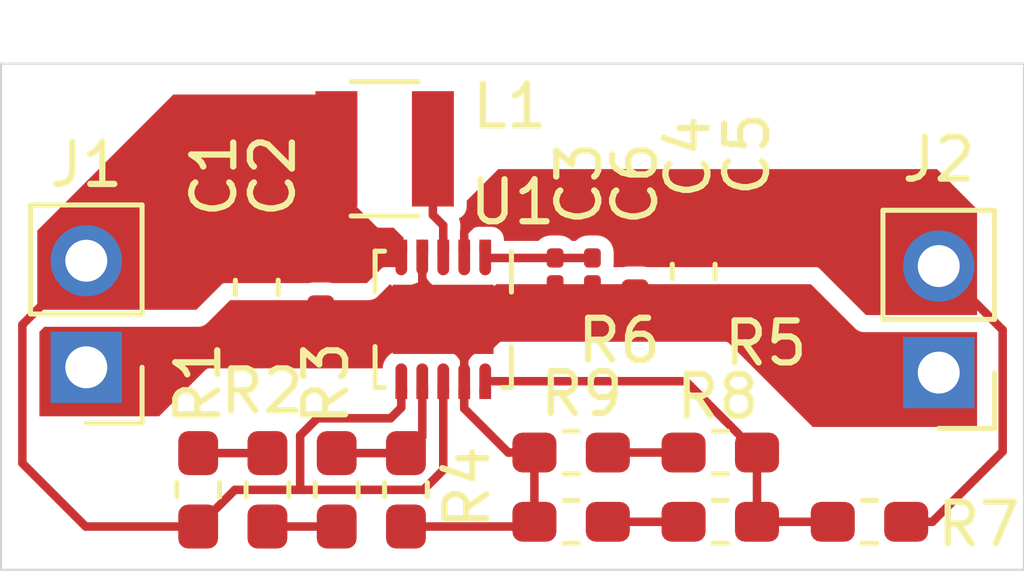
<source format=kicad_pcb>
(kicad_pcb (version 20240108) (generator "pcbnew") (generator_version "8.0")
  (layers (0 "F.Cu" signal) (31 "B.Cu" signal) (34 "B.Paste" user) (35 "F.Paste" user) (36 "B.SilkS" user "B.Silkscreen") (37 "F.SilkS" user "F.Silkscreen") (38 "B.Mask" user) (39 "F.Mask" user) (44 "Edge.Cuts" user))
  (net 0 "")
  (net 1 "GND")
  (net 2 "+1V5")
  (net 3 "Net-(C3-Pad1)")
  (net 4 "+3V3")
  (net 5 "Net-(L1-Pad2)")
  (net 6 "Net-(R1-Pad2)")
  (net 7 "Net-(R2-Pad2)")
  (net 8 "Net-(R3-Pad2)")
  (net 9 "Net-(R5-Pad2)")
  (net 10 "Net-(R5-Pad1)")
  (net 11 "Net-(R8-Pad2)")
  (footprint "Capacitor_SMD:C_0603_1608Metric_Pad1.05x0.95mm_HandSolder" (layer "F.Cu") (at 141.986 86.614 -90)
    (property "Reference" "C1" (at -2.667 1.016 90) (layer "F.SilkS"))
    (property "Value" "20u")
    (fp_line (start -0.171267 0.51) (end 0.171267 0.51) (stroke (width 0.12)) (layer "F.SilkS"))
    (fp_line (start -0.171267 -0.51) (end 0.171267 -0.51) (stroke (width 0.12)) (layer "F.SilkS"))
    (pad "1" smd roundrect (at -0.875 0 270) (size 1.05 0.95) (layers "F.Cu" "F.Paste" "F.Mask") (net 2 "+1V5"))
    (pad "2" smd roundrect (at 0.875 0 270) (size 1.05 0.95) (layers "F.Cu" "F.Paste" "F.Mask") (net 1 "GND"))
  )
  (footprint "Capacitor_SMD:C_0201_0603Metric" (layer "F.Cu") (at 149.987 86.233 -90)
    (property "Reference" "C6" (at -2.0955 -1.016 90) (layer "F.SilkS"))
    (property "Value" "1u")
    (pad "1" smd roundrect (at -0.32 0 270) (size 0.46 0.4) (layers "F.Cu" "F.Mask") (net 3 "Net-(C3-Pad1)"))
    (pad "2" smd roundrect (at 0.32 0 270) (size 0.46 0.4) (layers "F.Cu" "F.Mask") (net 1 "GND"))
  )
  (footprint "Connector_PinHeader_2.54mm:PinHeader_1x02_P2.54mm_Vertical" (layer "F.Cu") (at 158.242 88.646 180)
    (property "Reference" "J2" (at 0 5.08 0) (layer "F.SilkS"))
    (property "Value" "3v3")
    (fp_line (start 1.33 1.27) (end 1.33 3.87) (stroke (width 0.12)) (layer "F.SilkS"))
    (fp_line (start -1.33 3.87) (end 1.33 3.87) (stroke (width 0.12)) (layer "F.SilkS"))
    (fp_line (start -1.33 1.27) (end 1.33 1.27) (stroke (width 0.12)) (layer "F.SilkS"))
    (fp_line (start -1.33 1.27) (end -1.33 3.87) (stroke (width 0.12)) (layer "F.SilkS"))
    (fp_line (start -1.33 0) (end -1.33 -1.33) (stroke (width 0.12)) (layer "F.SilkS"))
    (fp_line (start -1.33 -1.33) (end 0 -1.33) (stroke (width 0.12)) (layer "F.SilkS"))
    (pad "1" thru_hole rect (at 0 0 180) (size 1.7 1.7) (drill 1) (layers "*.Cu" "*.Mask") (net 1 "GND"))
    (pad "2" thru_hole oval (at 0 2.54 180) (size 1.7 1.7) (drill 1) (layers "*.Cu" "*.Mask") (net 4 "+3V3"))
  )
  (footprint "Inductor_SMD:L_Abracon_ASPI-3012S" (layer "F.Cu") (at 145.034 83.312)
    (property "Reference" "L1" (at 2.9845 -1.016 0) (layer "F.SilkS"))
    (property "Value" "2.2uH")
    (fp_line (start -0.8 -1.6) (end 0.8 -1.6) (stroke (width 0.12)) (layer "F.SilkS"))
    (fp_line (start -0.8 1.6) (end 0.8 1.6) (stroke (width 0.12)) (layer "F.SilkS"))
    (pad "1" smd rect (at -1.15 0) (size 1 2.75) (layers "F.Cu" "F.Paste" "F.Mask") (net 2 "+1V5"))
    (pad "2" smd rect (at 1.15 0) (size 1 2.75) (layers "F.Cu" "F.Paste" "F.Mask") (net 5 "Net-(L1-Pad2)"))
  )
  (footprint "Resistor_SMD:R_0603_1608Metric_Pad1.05x0.95mm_HandSolder" (layer "F.Cu") (at 140.589 91.44 90)
    (property "Reference" "R1" (at 2.54 0 90) (layer "F.SilkS"))
    (property "Value" "100k")
    (fp_line (start -0.171267 -0.51) (end 0.171267 -0.51) (stroke (width 0.12)) (layer "F.SilkS"))
    (fp_line (start -0.171267 0.51) (end 0.171267 0.51) (stroke (width 0.12)) (layer "F.SilkS"))
    (pad "1" smd roundrect (at -0.875 0 90) (size 1.05 0.95) (layers "F.Cu" "F.Paste" "F.Mask") (net 2 "+1V5"))
    (pad "2" smd roundrect (at 0.875 0 90) (size 1.05 0.95) (layers "F.Cu" "F.Paste" "F.Mask") (net 6 "Net-(R1-Pad2)"))
  )
  (footprint "Resistor_SMD:R_0603_1608Metric_Pad1.05x0.95mm_HandSolder" (layer "F.Cu") (at 142.24 91.44 -90)
    (property "Reference" "R2" (at -2.3495 0.127 0) (layer "F.SilkS"))
    (property "Value" "10k")
    (fp_line (start -0.171267 0.51) (end 0.171267 0.51) (stroke (width 0.12)) (layer "F.SilkS"))
    (fp_line (start -0.171267 -0.51) (end 0.171267 -0.51) (stroke (width 0.12)) (layer "F.SilkS"))
    (pad "1" smd roundrect (at -0.875 0 270) (size 1.05 0.95) (layers "F.Cu" "F.Paste" "F.Mask") (net 6 "Net-(R1-Pad2)"))
    (pad "2" smd roundrect (at 0.875 0 270) (size 1.05 0.95) (layers "F.Cu" "F.Paste" "F.Mask") (net 7 "Net-(R2-Pad2)"))
  )
  (footprint "Resistor_SMD:R_0603_1608Metric_Pad1.05x0.95mm_HandSolder" (layer "F.Cu") (at 145.542 91.44 -90)
    (property "Reference" "R4" (at -0.0635 -1.4605 90) (layer "F.SilkS"))
    (property "Value" "100k")
    (fp_line (start -0.171267 0.51) (end 0.171267 0.51) (stroke (width 0.12)) (layer "F.SilkS"))
    (fp_line (start -0.171267 -0.51) (end 0.171267 -0.51) (stroke (width 0.12)) (layer "F.SilkS"))
    (pad "1" smd roundrect (at -0.875 0 270) (size 1.05 0.95) (layers "F.Cu" "F.Paste" "F.Mask") (net 8 "Net-(R3-Pad2)"))
    (pad "2" smd roundrect (at 0.875 0 270) (size 1.05 0.95) (layers "F.Cu" "F.Paste" "F.Mask") (net 1 "GND"))
  )
  (footprint "Resistor_SMD:R_0603_1608Metric_Pad1.05x0.95mm_HandSolder" (layer "F.Cu") (at 153.035 90.551 180)
    (property "Reference" "R5" (at -1.0795 2.6035 0) (layer "F.SilkS"))
    (property "Value" "1M")
    (fp_line (start -0.171267 0.51) (end 0.171267 0.51) (stroke (width 0.12)) (layer "F.SilkS"))
    (fp_line (start -0.171267 -0.51) (end 0.171267 -0.51) (stroke (width 0.12)) (layer "F.SilkS"))
    (pad "1" smd roundrect (at -0.875 0 180) (size 1.05 0.95) (layers "F.Cu" "F.Paste" "F.Mask") (net 10 "Net-(R5-Pad1)"))
    (pad "2" smd roundrect (at 0.875 0 180) (size 1.05 0.95) (layers "F.Cu" "F.Paste" "F.Mask") (net 9 "Net-(R5-Pad2)"))
  )
  (footprint "Resistor_SMD:R_0603_1608Metric_Pad1.05x0.95mm_HandSolder" (layer "F.Cu") (at 149.479 90.551 180)
    (property "Reference" "R6" (at -1.143 2.667 0) (layer "F.SilkS"))
    (property "Value" "1M")
    (fp_line (start -0.171267 0.51) (end 0.171267 0.51) (stroke (width 0.12)) (layer "F.SilkS"))
    (fp_line (start -0.171267 -0.51) (end 0.171267 -0.51) (stroke (width 0.12)) (layer "F.SilkS"))
    (pad "1" smd roundrect (at -0.875 0 180) (size 1.05 0.95) (layers "F.Cu" "F.Paste" "F.Mask") (net 9 "Net-(R5-Pad2)"))
    (pad "2" smd roundrect (at 0.875 0 180) (size 1.05 0.95) (layers "F.Cu" "F.Paste" "F.Mask") (net 1 "GND"))
  )
  (footprint "Resistor_SMD:R_0603_1608Metric_Pad1.05x0.95mm_HandSolder" (layer "F.Cu") (at 156.591 92.202 180)
    (property "Reference" "R7" (at -2.6035 -0.0635 0) (layer "F.SilkS"))
    (property "Value" "1M")
    (fp_line (start -0.171267 0.51) (end 0.171267 0.51) (stroke (width 0.12)) (layer "F.SilkS"))
    (fp_line (start -0.171267 -0.51) (end 0.171267 -0.51) (stroke (width 0.12)) (layer "F.SilkS"))
    (pad "1" smd roundrect (at -0.875 0 180) (size 1.05 0.95) (layers "F.Cu" "F.Paste" "F.Mask") (net 4 "+3V3"))
    (pad "2" smd roundrect (at 0.875 0 180) (size 1.05 0.95) (layers "F.Cu" "F.Paste" "F.Mask") (net 10 "Net-(R5-Pad1)"))
  )
  (footprint "Resistor_SMD:R_0603_1608Metric_Pad1.05x0.95mm_HandSolder" (layer "F.Cu") (at 149.479 92.202 180)
    (property "Reference" "R9" (at -0.254 3.048 0) (layer "F.SilkS"))
    (property "Value" "100k")
    (fp_line (start -0.171267 0.51) (end 0.171267 0.51) (stroke (width 0.12)) (layer "F.SilkS"))
    (fp_line (start -0.171267 -0.51) (end 0.171267 -0.51) (stroke (width 0.12)) (layer "F.SilkS"))
    (pad "1" smd roundrect (at -0.875 0 180) (size 1.05 0.95) (layers "F.Cu" "F.Paste" "F.Mask") (net 11 "Net-(R8-Pad2)"))
    (pad "2" smd roundrect (at 0.875 0 180) (size 1.05 0.95) (layers "F.Cu" "F.Paste" "F.Mask") (net 1 "GND"))
  )
  (footprint "Package_SON:Texas_S-PVSON-N10_ThermalVias" (layer "F.Cu") (at 146.431 87.376 -90)
    (property "Reference" "U1" (at -2.794 -1.651 0) (layer "F.SilkS"))
    (property "Value" "TPS61201DRC")
    (fp_line (start -1.625 1.625) (end -0.65 1.625) (stroke (width 0.12)) (layer "F.SilkS"))
    (fp_line (start -1.625 1.625) (end -1.625 1.4) (stroke (width 0.12)) (layer "F.SilkS"))
    (fp_line (start 0.65 1.625) (end 1.625 1.625) (stroke (width 0.12)) (layer "F.SilkS"))
    (fp_line (start 1.625 1.4) (end 1.625 1.625) (stroke (width 0.12)) (layer "F.SilkS"))
    (fp_line (start 1.625 -1.4) (end 1.625 -1.625) (stroke (width 0.12)) (layer "F.SilkS"))
    (fp_line (start -1.625 -1.625) (end -0.65 -1.625) (stroke (width 0.12)) (layer "F.SilkS"))
    (fp_line (start 0.65 -1.625) (end 1.625 -1.625) (stroke (width 0.12)) (layer "F.SilkS"))
    (pad "1" smd rect (at -1.76 -1 270) (size 0.28 0.28) (layers "F.Cu" "F.Paste" "F.Mask") (net 3 "Net-(C3-Pad1)"))
    (pad "1" smd oval (at -1.475 -1 270) (size 0.85 0.28) (layers "F.Cu" "F.Paste" "F.Mask") (net 3 "Net-(C3-Pad1)"))
    (pad "2" smd rect (at -1.76 -0.5 270) (size 0.28 0.28) (layers "F.Cu" "F.Paste" "F.Mask") (net 4 "+3V3"))
    (pad "2" smd oval (at -1.475 -0.5 270) (size 0.85 0.28) (layers "F.Cu" "F.Paste" "F.Mask") (net 4 "+3V3"))
    (pad "3" smd rect (at -1.76 0 270) (size 0.28 0.28) (layers "F.Cu" "F.Paste" "F.Mask") (net 5 "Net-(L1-Pad2)"))
    (pad "3" smd oval (at -1.475 0 270) (size 0.85 0.28) (layers "F.Cu" "F.Paste" "F.Mask") (net 5 "Net-(L1-Pad2)"))
    (pad "4" smd rect (at -1.76 0.5 270) (size 0.28 0.28) (layers "F.Cu" "F.Paste" "F.Mask") (net 1 "GND"))
    (pad "4" smd oval (at -1.475 0.5 270) (size 0.85 0.28) (layers "F.Cu" "F.Paste" "F.Mask") (net 1 "GND"))
    (pad "5" smd rect (at -1.76 1 270) (size 0.28 0.28) (layers "F.Cu" "F.Paste" "F.Mask") (net 2 "+1V5"))
    (pad "5" smd oval (at -1.475 1 270) (size 0.85 0.28) (layers "F.Cu" "F.Paste" "F.Mask") (net 2 "+1V5"))
    (pad "6" smd oval (at 1.475 1 270) (size 0.85 0.28) (layers "F.Cu" "F.Paste" "F.Mask") (net 2 "+1V5"))
    (pad "6" smd rect (at 1.76 1 270) (size 0.28 0.28) (layers "F.Cu" "F.Paste" "F.Mask") (net 2 "+1V5"))
    (pad "7" smd oval (at 1.475 0.5 270) (size 0.85 0.28) (layers "F.Cu" "F.Paste" "F.Mask") (net 8 "Net-(R3-Pad2)"))
    (pad "7" smd rect (at 1.76 0.5 270) (size 0.28 0.28) (layers "F.Cu" "F.Paste" "F.Mask") (net 8 "Net-(R3-Pad2)"))
    (pad "8" smd oval (at 1.475 0 270) (size 0.85 0.28) (layers "F.Cu" "F.Paste" "F.Mask") (net 2 "+1V5"))
    (pad "8" smd rect (at 1.76 0 270) (size 0.28 0.28) (layers "F.Cu" "F.Paste" "F.Mask") (net 2 "+1V5"))
    (pad "9" smd oval (at 1.475 -0.5 270) (size 0.85 0.28) (layers "F.Cu" "F.Paste" "F.Mask") (net 1 "GND"))
    (pad "9" smd rect (at 1.76 -0.5 270) (size 0.28 0.28) (layers "F.Cu" "F.Paste" "F.Mask") (net 1 "GND"))
    (pad "10" smd oval (at 1.475 -1 270) (size 0.85 0.28) (layers "F.Cu" "F.Paste" "F.Mask") (net 10 "Net-(R5-Pad1)"))
    (pad "10" smd rect (at 1.76 -1 270) (size 0.28 0.28) (layers "F.Cu" "F.Paste" "F.Mask") (net 10 "Net-(R5-Pad1)"))
    (pad "11" smd rect (at -0.25 -1.55 270) (size 0.28 0.7) (layers "F.Cu" "F.Mask") (net 1 "GND"))
    (pad "11" smd rect (at -0.25 1.55 270) (size 0.28 0.7) (layers "F.Cu" "F.Mask") (net 1 "GND"))
    (pad "11" smd rect (at 0 0 270) (size 1.65 2.4) (layers "F.Cu" "F.Mask") (net 1 "GND"))
    (pad "11" smd rect (at 0.25 -1.55 270) (size 0.28 0.7) (layers "F.Cu" "F.Mask") (net 1 "GND"))
    (pad "11" smd rect (at 0.25 1.55 270) (size 0.28 0.7) (layers "F.Cu" "F.Mask") (net 1 "GND"))
  )
  (footprint "Capacitor_SMD:C_0402_1005Metric" (layer "F.Cu") (at 143.51 86.614 -90)
    (property "Reference" "C2" (at -2.667 1.143 90) (layer "F.SilkS"))
    (property "Value" "10u")
    (pad "1" smd roundrect (at -0.485 0 270) (size 0.59 0.64) (layers "F.Cu" "F.Paste" "F.Mask") (net 2 "+1V5"))
    (pad "2" smd roundrect (at 0.485 0 270) (size 0.59 0.64) (layers "F.Cu" "F.Paste" "F.Mask") (net 1 "GND"))
  )
  (footprint "Capacitor_SMD:C_0402_1005Metric" (layer "F.Cu") (at 151.003 86.233 -90)
    (property "Reference" "C4" (at -2.7305 -1.27 90) (layer "F.SilkS"))
    (property "Value" "10u")
    (pad "1" smd roundrect (at -0.485 0 270) (size 0.59 0.64) (layers "F.Cu" "F.Paste" "F.Mask") (net 4 "+3V3"))
    (pad "2" smd roundrect (at 0.485 0 270) (size 0.59 0.64) (layers "F.Cu" "F.Paste" "F.Mask") (net 1 "GND"))
  )
  (footprint "Capacitor_SMD:C_0603_1608Metric_Pad1.05x0.95mm_HandSolder" (layer "F.Cu") (at 152.4 86.233 -90)
    (property "Reference" "C5" (at -2.794 -1.27 90) (layer "F.SilkS"))
    (property "Value" "20u")
    (fp_line (start -0.171267 0.51) (end 0.171267 0.51) (stroke (width 0.12)) (layer "F.SilkS"))
    (fp_line (start -0.171267 -0.51) (end 0.171267 -0.51) (stroke (width 0.12)) (layer "F.SilkS"))
    (pad "1" smd roundrect (at -0.875 0 270) (size 1.05 0.95) (layers "F.Cu" "F.Paste" "F.Mask") (net 4 "+3V3"))
    (pad "2" smd roundrect (at 0.875 0 270) (size 1.05 0.95) (layers "F.Cu" "F.Paste" "F.Mask") (net 1 "GND"))
  )
  (footprint "Capacitor_SMD:C_0201_0603Metric" (layer "F.Cu") (at 149.098 86.233 -90)
    (property "Reference" "C3" (at -2.0955 -0.5715 90) (layer "F.SilkS"))
    (property "Value" "1u")
    (pad "1" smd roundrect (at -0.32 0 270) (size 0.46 0.4) (layers "F.Cu" "F.Mask") (net 3 "Net-(C3-Pad1)"))
    (pad "2" smd roundrect (at 0.32 0 270) (size 0.46 0.4) (layers "F.Cu" "F.Mask") (net 1 "GND"))
  )
  (footprint "Resistor_SMD:R_0603_1608Metric_Pad1.05x0.95mm_HandSolder" (layer "F.Cu") (at 143.891 91.44 90)
    (property "Reference" "R3" (at 2.54 -0.254 -90) (layer "F.SilkS"))
    (property "Value" "10k")
    (fp_line (start -0.171267 -0.51) (end 0.171267 -0.51) (stroke (width 0.12)) (layer "F.SilkS"))
    (fp_line (start -0.171267 0.51) (end 0.171267 0.51) (stroke (width 0.12)) (layer "F.SilkS"))
    (pad "1" smd roundrect (at -0.875 0 90) (size 1.05 0.95) (layers "F.Cu" "F.Paste" "F.Mask") (net 7 "Net-(R2-Pad2)"))
    (pad "2" smd roundrect (at 0.875 0 90) (size 1.05 0.95) (layers "F.Cu" "F.Paste" "F.Mask") (net 8 "Net-(R3-Pad2)"))
  )
  (footprint "Connector_PinHeader_2.54mm:PinHeader_1x02_P2.54mm_Vertical" (layer "F.Cu") (at 137.922 88.519 180)
    (property "Reference" "J1" (at 0 4.826 0) (layer "F.SilkS"))
    (property "Value" "Batt")
    (fp_line (start 1.33 1.27) (end 1.33 3.87) (stroke (width 0.12)) (layer "F.SilkS"))
    (fp_line (start -1.33 3.87) (end 1.33 3.87) (stroke (width 0.12)) (layer "F.SilkS"))
    (fp_line (start -1.33 1.27) (end 1.33 1.27) (stroke (width 0.12)) (layer "F.SilkS"))
    (fp_line (start -1.33 1.27) (end -1.33 3.87) (stroke (width 0.12)) (layer "F.SilkS"))
    (fp_line (start -1.33 0) (end -1.33 -1.33) (stroke (width 0.12)) (layer "F.SilkS"))
    (fp_line (start -1.33 -1.33) (end 0 -1.33) (stroke (width 0.12)) (layer "F.SilkS"))
    (pad "1" thru_hole rect (at 0 0 180) (size 1.7 1.7) (drill 1) (layers "*.Cu" "*.Mask") (net 1 "GND"))
    (pad "2" thru_hole oval (at 0 2.54 180) (size 1.7 1.7) (drill 1) (layers "*.Cu" "*.Mask") (net 2 "+1V5"))
  )
  (footprint "Resistor_SMD:R_0603_1608Metric_Pad1.05x0.95mm_HandSolder" (layer "F.Cu") (at 153.035 92.202 180)
    (property "Reference" "R8" (at 0.0635 2.9845 0) (layer "F.SilkS"))
    (property "Value" "100k")
    (fp_line (start -0.171267 0.51) (end 0.171267 0.51) (stroke (width 0.12)) (layer "F.SilkS"))
    (fp_line (start -0.171267 -0.51) (end 0.171267 -0.51) (stroke (width 0.12)) (layer "F.SilkS"))
    (pad "1" smd roundrect (at -0.875 0 180) (size 1.05 0.95) (layers "F.Cu" "F.Paste" "F.Mask") (net 10 "Net-(R5-Pad1)"))
    (pad "2" smd roundrect (at 0.875 0 180) (size 1.05 0.95) (layers "F.Cu" "F.Paste" "F.Mask") (net 11 "Net-(R8-Pad2)"))
  )
  (gr_line (start 160.274 81.28) (end 135.89 81.28) (stroke (width 0.05)) (layer "Edge.Cuts"))
  (gr_line (start 160.274 93.345) (end 160.274 81.28) (stroke (width 0.05)) (layer "Edge.Cuts"))
  (gr_line (start 135.89 81.28) (end 135.89 93.345) (stroke (width 0.05)) (layer "Edge.Cuts"))
  (gr_line (start 135.89 93.345) (end 160.274 93.345) (stroke (width 0.05)) (layer "Edge.Cuts"))
  (segment (start 145.542 92.315) (end 148.491 92.315) (width 0.2032) (layer "F.Cu") (net 1))
  (segment (start 146.931 88.851) (end 146.931 87.876) (width 0.2032) (layer "F.Cu") (net 1))
  (segment (start 146.931 87.876) (end 146.431 87.376) (width 0.2032) (layer "F.Cu") (net 1))
  (segment (start 148.604 90.551) (end 148.604 92.202) (width 0.2032) (layer "F.Cu") (net 1))
  (segment (start 146.931 88.851) (end 146.931 89.503) (width 0.2032) (layer "F.Cu") (net 1))
  (segment (start 145.931 86.876) (end 146.431 87.376) (width 0.2032) (layer "F.Cu") (net 1))
  (segment (start 145.931 85.901) (end 145.931 86.876) (width 0.2032) (layer "F.Cu") (net 1))
  (segment (start 143.537 87.126) (end 143.51 87.099) (width 0.2032) (layer "F.Cu") (net 1))
  (segment (start 146.931 89.503) (end 147.979 90.551) (width 0.2032) (layer "F.Cu") (net 1))
  (segment (start 148.491 92.315) (end 148.604 92.202) (width 0.2032) (layer "F.Cu") (net 1))
  (segment (start 147.979 90.551) (end 148.604 90.551) (width 0.2032) (layer "F.Cu") (net 1))
  (segment (start 137.922 85.979) (end 136.398 87.503) (width 0.2032) (layer "F.Cu") (net 2))
  (segment (start 137.908 92.315) (end 140.589 92.315) (width 0.2032) (layer "F.Cu") (net 2))
  (segment (start 143.01981 91.42219) (end 143.002 91.44) (width 0.2032) (layer "F.Cu") (net 2))
  (segment (start 136.398 87.503) (end 136.398 90.805) (width 0.2032) (layer "F.Cu") (net 2))
  (segment (start 145.431 88.851) (end 145.431 89.4792) (width 0.2032) (layer "F.Cu") (net 2))
  (segment (start 145.958944 91.44) (end 143.002 91.44) (width 0.2032) (layer "F.Cu") (net 2))
  (segment (start 145.431 89.4792) (end 145.17501 89.73519) (width 0.2032) (layer "F.Cu") (net 2))
  (segment (start 143.002 91.44) (end 141.464 91.44) (width 0.2032) (layer "F.Cu") (net 2))
  (segment (start 143.428866 89.73519) (end 143.01981 90.144246) (width 0.2032) (layer "F.Cu") (net 2))
  (segment (start 146.431 90.967944) (end 145.958944 91.44) (width 0.2032) (layer "F.Cu") (net 2))
  (segment (start 143.01981 90.144246) (end 143.01981 91.42219) (width 0.2032) (layer "F.Cu") (net 2))
  (segment (start 141.464 91.44) (end 140.589 92.315) (width 0.2032) (layer "F.Cu") (net 2))
  (segment (start 136.398 90.805) (end 137.908 92.315) (width 0.2032) (layer "F.Cu") (net 2))
  (segment (start 146.431 88.851) (end 146.431 90.967944) (width 0.2032) (layer "F.Cu") (net 2))
  (segment (start 145.17501 89.73519) (end 143.428866 89.73519) (width 0.2032) (layer "F.Cu") (net 2))
  (segment (start 147.443 85.913) (end 147.431 85.901) (width 0.2032) (layer "F.Cu") (net 3))
  (segment (start 149.987 85.913) (end 149.098 85.913) (width 0.2032) (layer "F.Cu") (net 3))
  (segment (start 149.098 85.913) (end 147.443 85.913) (width 0.2032) (layer "F.Cu") (net 3))
  (segment (start 159.766 90.527) (end 159.766 87.63) (width 0.2032) (layer "F.Cu") (net 4))
  (segment (start 157.466 92.202) (end 158.091 92.202) (width 0.2032) (layer "F.Cu") (net 4))
  (segment (start 157.748 85.358) (end 158.242 85.852) (width 0.2032) (layer "F.Cu") (net 4))
  (segment (start 146.931 85.901) (end 146.931 85.287358) (width 0.2032) (layer "F.Cu") (net 4))
  (segment (start 147.35943 84.858928) (end 150.113928 84.858928) (width 0.2032) (layer "F.Cu") (net 4))
  (segment (start 152.4 85.358) (end 157.748 85.358) (width 0.2032) (layer "F.Cu") (net 4))
  (segment (start 146.931 85.287358) (end 147.35943 84.858928) (width 0.2032) (layer "F.Cu") (net 4))
  (segment (start 159.766 87.63) (end 158.242 86.106) (width 0.2032) (layer "F.Cu") (net 4))
  (segment (start 150.113928 84.858928) (end 150.668832 85.413832) (width 0.2032) (layer "F.Cu") (net 4))
  (segment (start 150.668832 85.413832) (end 151.003 85.748) (width 0.2032) (layer "F.Cu") (net 4))
  (segment (start 152.01 85.748) (end 152.4 85.358) (width 0.2032) (layer "F.Cu") (net 4))
  (segment (start 158.091 92.202) (end 159.766 90.527) (width 0.2032) (layer "F.Cu") (net 4))
  (segment (start 151.003 85.748) (end 152.01 85.748) (width 0.2032) (layer "F.Cu") (net 4))
  (segment (start 146.431 85.1372) (end 146.431 85.2728) (width 0.2032) (layer "F.Cu") (net 5))
  (segment (start 146.431 85.2728) (end 146.431 85.901) (width 0.2032) (layer "F.Cu") (net 5))
  (segment (start 146.184 84.8902) (end 146.431 85.1372) (width 0.2032) (layer "F.Cu") (net 5))
  (segment (start 146.184 83.312) (end 146.184 84.8902) (width 0.2032) (layer "F.Cu") (net 5))
  (segment (start 140.589 90.565) (end 142.24 90.565) (width 0.2032) (layer "F.Cu") (net 6))
  (segment (start 142.24 92.315) (end 143.891 92.315) (width 0.2032) (layer "F.Cu") (net 7))
  (segment (start 145.931 90.176) (end 145.542 90.565) (width 0.2032) (layer "F.Cu") (net 8))
  (segment (start 143.891 90.565) (end 145.542 90.565) (width 0.2032) (layer "F.Cu") (net 8))
  (segment (start 145.931 88.851) (end 145.931 90.176) (width 0.2032) (layer "F.Cu") (net 8))
  (segment (start 150.354 90.551) (end 152.16 90.551) (width 0.2032) (layer "F.Cu") (net 9))
  (segment (start 152.21 88.851) (end 153.91 90.551) (width 0.2032) (layer "F.Cu") (net 10))
  (segment (start 155.716 92.202) (end 153.91 92.202) (width 0.2032) (layer "F.Cu") (net 10))
  (segment (start 147.431 88.851) (end 152.21 88.851) (width 0.2032) (layer "F.Cu") (net 10))
  (segment (start 153.91 92.202) (end 153.91 90.551) (width 0.2032) (layer "F.Cu") (net 10))
  (segment (start 152.16 92.202) (end 150.354 92.202) (width 0.2032) (layer "F.Cu") (net 11))
  (zone (net 4) (net_name "+3V3") (layer "F.Cu") (priority 1) (connect_pads yes (clearance 0.2032)) (min_thickness 0.2032) (fill yes (thermal_gap 0.1524) (thermal_bridge_width 0.508))
    (polygon (pts (xy 146.685 85.979) (xy 146.685 84.709) (xy 147.701 83.693) (xy 157.48 83.693) (xy 158.242 83.693) (xy 159.258 84.709) (xy 159.258 87.376) (xy 156.464 87.376) (xy 155.321 86.233) (xy 146.685 86.233)))
  )
  (zone (net 2) (net_name "+1V5") (layer "F.Cu") (priority 1) (connect_pads yes (clearance 0.2032)) (min_thickness 0.2032) (fill yes (thermal_gap 0.1524) (thermal_bridge_width 0.508))
    (polygon (pts (xy 136.652 87.249) (xy 140.589 87.249) (xy 141.224 86.614) (xy 144.653 86.614) (xy 145.034 86.233) (xy 145.669 86.233) (xy 145.669 85.471) (xy 145.288 85.09) (xy 144.907 85.09) (xy 144.399 84.582) (xy 144.399 81.915) (xy 143.383 81.915) (xy 141.224 81.915) (xy 140.97 81.915) (xy 140.716 81.915) (xy 140.208 81.915) (xy 139.954 81.915) (xy 136.652 85.217)))
  )
  (zone (net 1) (net_name "GND") (layer "F.Cu") (connect_pads yes (clearance 0.2032)) (min_thickness 0.2032) (fill yes (thermal_gap 0.1524) (thermal_bridge_width 0.508))
    (polygon (pts (xy 136.652 89.789) (xy 139.7 89.789) (xy 140.843 88.646) (xy 147.193 88.646) (xy 147.828 88.011) (xy 153.162 88.011) (xy 155.194 90.043) (xy 159.258 90.043) (xy 159.258 87.376) (xy 156.464 87.376) (xy 155.321 86.233) (xy 145.034 86.233) (xy 144.653 86.614) (xy 141.224 86.614) (xy 140.589 87.249) (xy 136.652 87.249)))
  )
)
</source>
